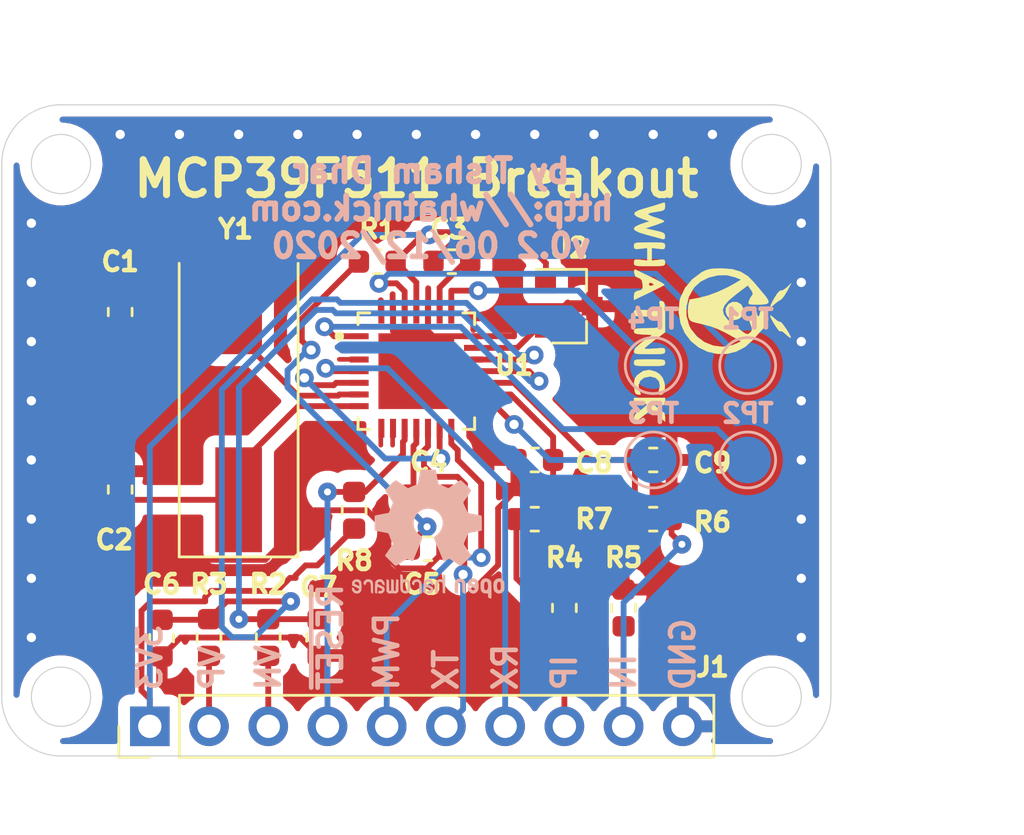
<source format=kicad_pcb>
(kicad_pcb (version 20201002) (generator pcbnew)
  (layers (0 "F.Cu" signal) (31 "B.Cu" signal) (34 "B.Paste" user) (35 "F.Paste" user) (36 "B.SilkS" user "B.Silkscreen") (37 "F.SilkS" user "F.Silkscreen") (38 "B.Mask" user) (39 "F.Mask" user) (44 "Edge.Cuts" user))
  (net 0 "")
  (net 1 "PWM")
  (net 2 "Net-(U1-Pad28)")
  (net 3 "VIN+")
  (net 4 "Net-(C1-Pad1)")
  (net 5 "VIN-")
  (net 6 "Net-(C2-Pad1)")
  (net 7 "Net-(C3-Pad1)")
  (net 8 "IIN+")
  (net 9 "IIN-")
  (net 10 "T_A")
  (net 11 "Net-(C4-Pad1)")
  (net 12 "Net-(TP1-Pad1)")
  (net 13 "Net-(TP2-Pad1)")
  (net 14 "Net-(TP3-Pad1)")
  (net 15 "Net-(TP4-Pad1)")
  (net 16 "Net-(U1-Pad13)")
  (net 17 "GND")
  (net 18 "IN")
  (net 19 "IP")
  (net 20 "RX")
  (net 21 "TX")
  (net 22 "~RESET")
  (net 23 "VN")
  (net 24 "VP")
  (net 25 "+3V3")
  (module "mcp39f511:QFN50P500X500X100-29N" (layer "F.Cu") (at 128.27 101.6)
    (fp_text reference "U1" (at 4.191 -0.254) (layer "F.SilkS") (effects (font (size 0.8 0.8) (thickness 0.2))))
    (fp_text value "MCP39F511-E_MQ")
    (pad "1" smd rect (at -2.45 -1.5) (size 0.81 0.26) (layers "F.Cu" "F.Paste" "F.Mask") (net 13 "Net-(TP2-Pad1)"))
    (pad "2" smd rect (at -2.45 -1) (size 0.81 0.26) (layers "F.Cu" "F.Paste" "F.Mask"))
    (pad "3" smd rect (at -2.45 -0.5) (size 0.81 0.26) (layers "F.Cu" "F.Paste" "F.Mask"))
    (pad "4" smd rect (at -2.45 0) (size 0.81 0.26) (layers "F.Cu" "F.Paste" "F.Mask") (net 20 "RX"))
    (pad "5" smd rect (at -2.45 0.5) (size 0.81 0.26) (layers "F.Cu" "F.Paste" "F.Mask") (net 16 "Net-(U1-Pad13)"))
    (pad "6" smd rect (at -2.45 1) (size 0.81 0.26) (layers "F.Cu" "F.Paste" "F.Mask") (net 4 "Net-(C1-Pad1)"))
    (pad "7" smd rect (at -2.45 1.5) (size 0.81 0.26) (layers "F.Cu" "F.Paste" "F.Mask") (net 6 "Net-(C2-Pad1)"))
    (pad "8" smd rect (at -1.5 2.45) (size 0.26 0.81) (layers "F.Cu" "F.Paste" "F.Mask"))
    (pad "9" smd rect (at -1 2.45) (size 0.26 0.81) (layers "F.Cu" "F.Paste" "F.Mask"))
    (pad "10" smd rect (at -0.5 2.45) (size 0.26 0.81) (layers "F.Cu" "F.Paste" "F.Mask") (net 22 "~RESET"))
    (pad "11" smd rect (at 0 2.45) (size 0.26 0.81) (layers "F.Cu" "F.Paste" "F.Mask") (net 11 "Net-(C4-Pad1)"))
    (pad "12" smd rect (at 0.5 2.45) (size 0.26 0.81) (layers "F.Cu" "F.Paste" "F.Mask") (net 21 "TX"))
    (pad "13" smd rect (at 1 2.45) (size 0.26 0.81) (layers "F.Cu" "F.Paste" "F.Mask") (net 16 "Net-(U1-Pad13)"))
    (pad "14" smd rect (at 1.5 2.45) (size 0.26 0.81) (layers "F.Cu" "F.Paste" "F.Mask") (net 1 "PWM"))
    (pad "15" smd rect (at 2.45 1.5) (size 0.81 0.26) (layers "F.Cu" "F.Paste" "F.Mask") (net 14 "Net-(TP3-Pad1)"))
    (pad "16" smd rect (at 2.45 1) (size 0.81 0.26) (layers "F.Cu" "F.Paste" "F.Mask") (net 8 "IIN+"))
    (pad "17" smd rect (at 2.45 0.5) (size 0.81 0.26) (layers "F.Cu" "F.Paste" "F.Mask") (net 9 "IIN-"))
    (pad "18" smd rect (at 2.45 0) (size 0.81 0.26) (layers "F.Cu" "F.Paste" "F.Mask") (net 5 "VIN-"))
    (pad "19" smd rect (at 2.45 -0.5) (size 0.81 0.26) (layers "F.Cu" "F.Paste" "F.Mask") (net 3 "VIN+"))
    (pad "20" smd rect (at 2.45 -1) (size 0.81 0.26) (layers "F.Cu" "F.Paste" "F.Mask") (net 10 "T_A"))
    (pad "21" smd rect (at 2.45 -1.5) (size 0.81 0.26) (layers "F.Cu" "F.Paste" "F.Mask") (net 17 "GND"))
    (pad "22" smd rect (at 1.5 -2.45) (size 0.26 0.81) (layers "F.Cu" "F.Paste" "F.Mask") (net 15 "Net-(TP4-Pad1)"))
    (pad "23" smd rect (at 1 -2.45) (size 0.26 0.81) (layers "F.Cu" "F.Paste" "F.Mask") (net 7 "Net-(C3-Pad1)"))
    (pad "24" smd rect (at 0.5 -2.45) (size 0.26 0.81) (layers "F.Cu" "F.Paste" "F.Mask") (net 17 "GND"))
    (pad "25" smd rect (at 0 -2.45) (size 0.26 0.81) (layers "F.Cu" "F.Paste" "F.Mask") (net 25 "+3V3"))
    (pad "26" smd rect (at -0.5 -2.45) (size 0.26 0.81) (layers "F.Cu" "F.Paste" "F.Mask") (net 12 "Net-(TP1-Pad1)"))
    (pad "27" smd rect (at -1 -2.45) (size 0.26 0.81) (layers "F.Cu" "F.Paste" "F.Mask") (net 17 "GND"))
    (pad "28" smd rect (at -1.5 -2.45) (size 0.26 0.81) (layers "F.Cu" "F.Paste" "F.Mask") (net 2 "Net-(U1-Pad28)"))
    (pad "29" smd rect (at 0 0) (size 3.25 3.25) (layers "F.Cu" "F.Mask") (net 17 "GND"))
  )
  (module "Capacitor_SMD:C_0603_1608Metric" (layer "F.Cu") (at 128.804 106.934)
    (fp_text reference "C4" (at 0 -1.43) (layer "F.SilkS") (effects (font (size 0.8 0.8) (thickness 0.2))))
    (fp_text value "1u")
    (pad "1" smd roundrect (at -0.7875 0) (size 0.875 0.95) (layers "F.Cu" "F.Paste" "F.Mask") (net 11 "Net-(C4-Pad1)"))
    (pad "2" smd roundrect (at 0.7875 0) (size 0.875 0.95) (layers "F.Cu" "F.Paste" "F.Mask") (net 17 "GND"))
  )
  (module "Capacitor_SMD:C_0603_1608Metric" (layer "F.Cu") (at 133.35 105.41 180)
    (fp_text reference "C8" (at -2.54 -0.127) (layer "F.SilkS") (effects (font (size 0.8 0.8) (thickness 0.2))))
    (fp_text value "33n")
    (pad "1" smd roundrect (at -0.7875 0 180) (size 0.875 0.95) (layers "F.Cu" "F.Paste" "F.Mask") (net 8 "IIN+"))
    (pad "2" smd roundrect (at 0.7875 0 180) (size 0.875 0.95) (layers "F.Cu" "F.Paste" "F.Mask") (net 17 "GND"))
  )
  (module "Package_TO_SOT_SMD:SOT-23" (layer "F.Cu") (at 134.810746 98.811806)
    (fp_text reference "U2" (at 0 -2.5) (layer "F.SilkS") (effects (font (size 0.8 0.8) (thickness 0.2))))
    (fp_text value "MCP9700T-ETT")
    (pad "1" smd rect (at -1 -0.95) (size 0.9 0.8) (layers "F.Cu" "F.Paste" "F.Mask") (net 25 "+3V3"))
    (pad "2" smd rect (at -1 0.95) (size 0.9 0.8) (layers "F.Cu" "F.Paste" "F.Mask") (net 10 "T_A"))
    (pad "3" smd rect (at 1 0) (size 0.9 0.8) (layers "F.Cu" "F.Paste" "F.Mask") (net 17 "GND"))
  )
  (module "Connector_PinHeader_2.54mm:PinHeader_1x10_P2.54mm_Vertical" (layer "F.Cu") (at 116.84 116.84 90)
    (fp_text reference "J1" (at 2.54 24.13 180) (layer "F.SilkS") (effects (font (size 0.8 0.8) (thickness 0.2))))
    (fp_text value "Conn_01x10")
    (pad "1" thru_hole rect (at 0 0 90) (size 1.7 1.7) (drill 1) (layers *.Cu *.Mask) (net 25 "+3V3"))
    (pad "2" thru_hole oval (at 0 2.54 90) (size 1.7 1.7) (drill 1) (layers *.Cu *.Mask) (net 24 "VP"))
    (pad "3" thru_hole oval (at 0 5.08 90) (size 1.7 1.7) (drill 1) (layers *.Cu *.Mask) (net 23 "VN"))
    (pad "4" thru_hole oval (at 0 7.62 90) (size 1.7 1.7) (drill 1) (layers *.Cu *.Mask) (net 22 "~RESET"))
    (pad "5" thru_hole oval (at 0 10.16 90) (size 1.7 1.7) (drill 1) (layers *.Cu *.Mask) (net 1 "PWM"))
    (pad "6" thru_hole oval (at 0 12.7 90) (size 1.7 1.7) (drill 1) (layers *.Cu *.Mask) (net 21 "TX"))
    (pad "7" thru_hole oval (at 0 15.24 90) (size 1.7 1.7) (drill 1) (layers *.Cu *.Mask) (net 20 "RX"))
    (pad "8" thru_hole oval (at 0 17.78 90) (size 1.7 1.7) (drill 1) (layers *.Cu *.Mask) (net 19 "IP"))
    (pad "9" thru_hole oval (at 0 20.32 90) (size 1.7 1.7) (drill 1) (layers *.Cu *.Mask) (net 18 "IN"))
    (pad "10" thru_hole oval (at 0 22.86 90) (size 1.7 1.7) (drill 1) (layers *.Cu *.Mask) (net 17 "GND"))
  )
  (module "Capacitor_SMD:C_0603_1608Metric" (layer "F.Cu") (at 115.57 99.06 -90)
    (fp_text reference "C1" (at -2.159 0 180) (layer "F.SilkS") (effects (font (size 0.8 0.8) (thickness 0.2))))
    (fp_text value "22p")
    (pad "1" smd roundrect (at -0.7875 0 270) (size 0.875 0.95) (layers "F.Cu" "F.Paste" "F.Mask") (net 4 "Net-(C1-Pad1)"))
    (pad "2" smd roundrect (at 0.7875 0 270) (size 0.875 0.95) (layers "F.Cu" "F.Paste" "F.Mask") (net 17 "GND"))
  )
  (module "Capacitor_SMD:C_0603_1608Metric" (layer "F.Cu") (at 124.079 113.03 90)
    (fp_text reference "C7" (at 2.159 0 180) (layer "F.SilkS") (effects (font (size 0.8 0.8) (thickness 0.2))))
    (fp_text value "33n")
    (pad "1" smd roundrect (at -0.7875 0 90) (size 0.875 0.95) (layers "F.Cu" "F.Paste" "F.Mask") (net 17 "GND"))
    (pad "2" smd roundrect (at 0.7875 0 90) (size 0.875 0.95) (layers "F.Cu" "F.Paste" "F.Mask") (net 5 "VIN-"))
  )
  (module "Resistor_SMD:R_0603_1608Metric" (layer "F.Cu") (at 119.38 113.03 -90)
    (fp_text reference "R3" (at -2.286 0 180) (layer "F.SilkS") (effects (font (size 0.8 0.8) (thickness 0.2))))
    (fp_text value "1K")
    (pad "1" smd roundrect (at -0.7875 0 270) (size 0.875 0.95) (layers "F.Cu" "F.Paste" "F.Mask") (net 3 "VIN+"))
    (pad "2" smd roundrect (at 0.7875 0 270) (size 0.875 0.95) (layers "F.Cu" "F.Paste" "F.Mask") (net 24 "VP"))
  )
  (module "Whatnick_logo:Whatnick_logo" (layer "F.Cu") (at 140.97 99.06 -90)
    (fp_text reference "LOGO2" hide)
    (fp_text value "LOGO" hide)
  )
  (module "Resistor_SMD:R_0603_1608Metric" (layer "F.Cu") (at 138.43 107.95)
    (fp_text reference "R6" (at 2.54 0.127) (layer "F.SilkS") (effects (font (size 0.8 0.8) (thickness 0.2))))
    (fp_text value "1K")
    (pad "1" smd roundrect (at -0.7875 0) (size 0.875 0.95) (layers "F.Cu" "F.Paste" "F.Mask") (net 9 "IIN-"))
    (pad "2" smd roundrect (at 0.7875 0) (size 0.875 0.95) (layers "F.Cu" "F.Paste" "F.Mask") (net 18 "IN"))
  )
  (module "Capacitor_SMD:C_0603_1608Metric" (layer "F.Cu") (at 128.778 109.22)
    (fp_text reference "C5" (at -0.254 1.524) (layer "F.SilkS") (effects (font (size 0.8 0.8) (thickness 0.2))))
    (fp_text value "100n")
    (pad "1" smd roundrect (at -0.7875 0) (size 0.875 0.95) (layers "F.Cu" "F.Paste" "F.Mask") (net 11 "Net-(C4-Pad1)"))
    (pad "2" smd roundrect (at 0.7875 0) (size 0.875 0.95) (layers "F.Cu" "F.Paste" "F.Mask") (net 17 "GND"))
  )
  (module "Capacitor_SMD:C_0603_1608Metric" (layer "F.Cu") (at 115.57 106.68 90)
    (fp_text reference "C2" (at -2.159 -0.254 180) (layer "F.SilkS") (effects (font (size 0.8 0.8) (thickness 0.2))))
    (fp_text value "22p")
    (pad "1" smd roundrect (at -0.7875 0 90) (size 0.875 0.95) (layers "F.Cu" "F.Paste" "F.Mask") (net 6 "Net-(C2-Pad1)"))
    (pad "2" smd roundrect (at 0.7875 0 90) (size 0.875 0.95) (layers "F.Cu" "F.Paste" "F.Mask") (net 17 "GND"))
  )
  (module "Capacitor_SMD:C_0603_1608Metric" (layer "F.Cu") (at 138.43 105.41 180)
    (fp_text reference "C9" (at -2.54 -0.127) (layer "F.SilkS") (effects (font (size 0.8 0.8) (thickness 0.2))))
    (fp_text value "33n")
    (pad "1" smd roundrect (at -0.7875 0 180) (size 0.875 0.95) (layers "F.Cu" "F.Paste" "F.Mask") (net 17 "GND"))
    (pad "2" smd roundrect (at 0.7875 0 180) (size 0.875 0.95) (layers "F.Cu" "F.Paste" "F.Mask") (net 9 "IIN-"))
  )
  (module "Capacitor_SMD:C_0603_1608Metric" (layer "F.Cu") (at 129.794 96.901 180)
    (fp_text reference "C3" (at 0.127 1.397) (layer "F.SilkS") (effects (font (size 0.8 0.8) (thickness 0.2))))
    (fp_text value "100n")
    (pad "1" smd roundrect (at -0.7875 0 180) (size 0.875 0.95) (layers "F.Cu" "F.Paste" "F.Mask") (net 7 "Net-(C3-Pad1)"))
    (pad "2" smd roundrect (at 0.7875 0 180) (size 0.875 0.95) (layers "F.Cu" "F.Paste" "F.Mask") (net 17 "GND"))
  )
  (module "Resistor_SMD:R_0603_1608Metric" (layer "F.Cu") (at 137.16 111.76 90)
    (fp_text reference "R5" (at 2.159 0 180) (layer "F.SilkS") (effects (font (size 0.8 0.8) (thickness 0.2))))
    (fp_text value "2.4R")
    (pad "1" smd roundrect (at -0.7875 0 90) (size 0.875 0.95) (layers "F.Cu" "F.Paste" "F.Mask") (net 18 "IN"))
    (pad "2" smd roundrect (at 0.7875 0 90) (size 0.875 0.95) (layers "F.Cu" "F.Paste" "F.Mask") (net 17 "GND"))
  )
  (module "Resistor_SMD:R_0603_1608Metric" (layer "F.Cu") (at 133.35 107.95 180)
    (fp_text reference "R7" (at -2.54 0) (layer "F.SilkS") (effects (font (size 0.8 0.8) (thickness 0.2))))
    (fp_text value "1K")
    (pad "1" smd roundrect (at -0.7875 0 180) (size 0.875 0.95) (layers "F.Cu" "F.Paste" "F.Mask") (net 8 "IIN+"))
    (pad "2" smd roundrect (at 0.7875 0 180) (size 0.875 0.95) (layers "F.Cu" "F.Paste" "F.Mask") (net 19 "IP"))
  )
  (module "Resistor_SMD:R_0603_1608Metric" (layer "F.Cu") (at 134.62 111.76 -90)
    (fp_text reference "R4" (at -2.159 0 180) (layer "F.SilkS") (effects (font (size 0.8 0.8) (thickness 0.2))))
    (fp_text value "2.4R")
    (pad "1" smd roundrect (at -0.7875 0 270) (size 0.875 0.95) (layers "F.Cu" "F.Paste" "F.Mask") (net 17 "GND"))
    (pad "2" smd roundrect (at 0.7875 0 270) (size 0.875 0.95) (layers "F.Cu" "F.Paste" "F.Mask") (net 19 "IP"))
  )
  (module "Capacitor_SMD:C_0603_1608Metric" (layer "F.Cu") (at 117.348 113.056 -90)
    (fp_text reference "C6" (at -2.3115 0 180) (layer "F.SilkS") (effects (font (size 0.8 0.8) (thickness 0.2))))
    (fp_text value "33n")
    (pad "1" smd roundrect (at -0.7875 0 270) (size 0.875 0.95) (layers "F.Cu" "F.Paste" "F.Mask") (net 3 "VIN+"))
    (pad "2" smd roundrect (at 0.7875 0 270) (size 0.875 0.95) (layers "F.Cu" "F.Paste" "F.Mask") (net 17 "GND"))
  )
  (module "Resistor_SMD:R_0603_1608Metric" (layer "F.Cu") (at 121.92 113.03 -90)
    (fp_text reference "R2" (at -2.286 0 180) (layer "F.SilkS") (effects (font (size 0.8 0.8) (thickness 0.2))))
    (fp_text value "1K")
    (pad "1" smd roundrect (at -0.7875 0 270) (size 0.875 0.95) (layers "F.Cu" "F.Paste" "F.Mask") (net 5 "VIN-"))
    (pad "2" smd roundrect (at 0.7875 0 270) (size 0.875 0.95) (layers "F.Cu" "F.Paste" "F.Mask") (net 23 "VN"))
  )
  (module "Resistor_SMD:R_0603_1608Metric" (layer "F.Cu") (at 126.594 96.901)
    (fp_text reference "R1" (at 0.0255 -1.397) (layer "F.SilkS") (effects (font (size 0.8 0.8) (thickness 0.2))))
    (fp_text value "10R")
    (pad "1" smd roundrect (at -0.7875 0) (size 0.875 0.95) (layers "F.Cu" "F.Paste" "F.Mask") (net 11 "Net-(C4-Pad1)"))
    (pad "2" smd roundrect (at 0.7875 0) (size 0.875 0.95) (layers "F.Cu" "F.Paste" "F.Mask") (net 25 "+3V3"))
  )
  (module "Crystal:Crystal_SMD_HC49-SD" (layer "F.Cu") (at 120.65 102.87 90)
    (fp_text reference "Y1" (at 7.366 -0.127 180) (layer "F.SilkS") (effects (font (size 0.8 0.8) (thickness 0.2))))
    (fp_text value "4MHz / 16pF")
    (pad "1" smd rect (at -4.25 0 90) (size 4.5 2) (layers "F.Cu" "F.Paste" "F.Mask") (net 6 "Net-(C2-Pad1)"))
    (pad "2" smd rect (at 4.25 0 90) (size 4.5 2) (layers "F.Cu" "F.Paste" "F.Mask") (net 4 "Net-(C1-Pad1)"))
  )
  (module "Resistor_SMD:R_0603_1608Metric" (layer "F.Cu") (at 125.603 107.569 -90)
    (fp_text reference "R8" (at 2.159 0 180) (layer "F.SilkS") (effects (font (size 0.8 0.8) (thickness 0.2))))
    (fp_text value "10K")
    (pad "1" smd roundrect (at -0.7875 0 270) (size 0.875 0.95) (layers "F.Cu" "F.Paste" "F.Mask") (net 22 "~RESET"))
    (pad "2" smd roundrect (at 0.7875 0 270) (size 0.875 0.95) (layers "F.Cu" "F.Paste" "F.Mask") (net 25 "+3V3"))
  )
  (module "Symbol:OSHW-Logo2_7.3x6mm_SilkScreen" (layer "B.Cu") (at 128.778 108.585 180)
    (fp_text reference "LOGO1" hide)
    (fp_text value "Logo_Open_Hardware_Small" hide)
  )
  (module "TestPoint:TestPoint_Pad_D2.0mm" (layer "B.Cu") (at 138.43 101.36 180)
    (fp_text reference "TP4" (at 0 1.998) (layer "B.SilkS") (effects (font (size 0.8 0.8) (thickness 0.2)) (justify mirror)))
    (fp_text value "TestPoint")
    (pad "1" smd circle (at 0 0 180) (size 2 2) (layers "B.Cu" "B.Mask") (net 15 "Net-(TP4-Pad1)"))
  )
  (module "TestPoint:TestPoint_Pad_D2.0mm" (layer "B.Cu") (at 142.48 105.41 180)
    (fp_text reference "TP2" (at 0 1.998) (layer "B.SilkS") (effects (font (size 0.8 0.8) (thickness 0.2)) (justify mirror)))
    (fp_text value "TestPoint")
    (pad "1" smd circle (at 0 0 180) (size 2 2) (layers "B.Cu" "B.Mask") (net 13 "Net-(TP2-Pad1)"))
  )
  (module "TestPoint:TestPoint_Pad_D2.0mm" (layer "B.Cu") (at 138.43 105.41 180)
    (fp_text reference "TP3" (at 0 1.998) (layer "B.SilkS") (effects (font (size 0.8 0.8) (thickness 0.2)) (justify mirror)))
    (fp_text value "TestPoint")
    (pad "1" smd circle (at 0 0 180) (size 2 2) (layers "B.Cu" "B.Mask") (net 14 "Net-(TP3-Pad1)"))
  )
  (module "TestPoint:TestPoint_Pad_D2.0mm" (layer "B.Cu") (at 142.48 101.36 180)
    (fp_text reference "TP1" (at 0 1.998) (layer "B.SilkS") (effects (font (size 0.8 0.8) (thickness 0.2)) (justify mirror)))
    (fp_text value "TestPoint")
    (pad "1" smd circle (at 0 0 180) (size 2 2) (layers "B.Cu" "B.Mask") (net 12 "Net-(TP1-Pad1)"))
  )
  (gr_line (start 110.49 115.57) (end 110.49 92.71) (layer "Edge.Cuts") (width 0.05))
  (gr_circle (center 143.51 115.57) (end 142.24 115.57) (layer "Edge.Cuts") (width 0.05))
  (gr_line (start 113.03 90.17) (end 143.51 90.17) (layer "Edge.Cuts") (width 0.05))
  (gr_arc (start 113.03 92.71) (end 113.03 90.17) (angle -90) (layer "Edge.Cuts") (width 0.05))
  (gr_circle (center 143.51 92.71) (end 142.24 92.71) (layer "Edge.Cuts") (width 0.05))
  (gr_arc (start 113.03 115.57) (end 110.49 115.57) (angle -90) (layer "Edge.Cuts") (width 0.05))
  (gr_arc (start 143.51 115.57) (end 143.51 118.11) (angle -90) (layer "Edge.Cuts") (width 0.05))
  (gr_line (start 146.05 92.71) (end 146.05 115.57) (layer "Edge.Cuts") (width 0.05))
  (gr_circle (center 113.03 92.71) (end 113.03 91.44) (layer "Edge.Cuts") (width 0.05))
  (gr_arc (start 143.51 92.71) (end 146.05 92.71) (angle -90) (layer "Edge.Cuts") (width 0.05))
  (gr_circle (center 113.03 115.57) (end 111.76 115.57) (layer "Edge.Cuts") (width 0.05))
  (gr_line (start 143.51 118.11) (end 113.03 118.11) (layer "Edge.Cuts") (width 0.05))
  (gr_text "GND" (at 139.7 113.752381 90) (layer "B.SilkS") (effects (font (size 1 1) (thickness 0.2)) (justify mirror)))
  (gr_text "IN" (at 137.16 114.514285 90) (layer "B.SilkS") (effects (font (size 1 1) (thickness 0.2)) (justify mirror)))
  (gr_text "~RESET" (at 124.587 113.014285 90) (layer "B.SilkS") (effects (font (size 1 1) (thickness 0.2)) (justify mirror)))
  (gr_text "3V3" (at 116.84 113.895238 90) (layer "B.SilkS") (effects (font (size 1 1) (thickness 0.2)) (justify mirror)))
  (gr_text "by Tisham Dhar\nhttp://whatnick.com\nv0.2 06/12/2020" (at 128.905 94.615) (layer "B.SilkS") (effects (font (size 1 1) (thickness 0.25)) (justify mirror)))
  (gr_text "VN" (at 121.92 114.323809 90) (layer "B.SilkS") (effects (font (size 1 1) (thickness 0.2)) (justify mirror)))
  (gr_text "TX" (at 129.54 114.419047 90) (layer "B.SilkS") (effects (font (size 1 1) (thickness 0.2)) (justify mirror)))
  (gr_text "PWM" (at 127 113.633333 90) (layer "B.SilkS") (effects (font (size 1 1) (thickness 0.2)) (justify mirror)))
  (gr_text "VP" (at 119.507 114.347619 90) (layer "B.SilkS") (effects (font (size 1 1) (thickness 0.2)) (justify mirror)))
  (gr_text "IP" (at 134.62 114.538095 90) (layer "B.SilkS") (effects (font (size 1 1) (thickness 0.2)) (justify mirror)))
  (gr_text "RX" (at 132.08 114.3 90) (layer "B.SilkS") (effects (font (size 1 1) (thickness 0.2)) (justify mirror)))
  (gr_text "MCP39F511 Breakout\n" (at 128.27 93.345) (layer "F.SilkS") (effects (font (size 1.5 1.5) (thickness 0.3))))
  (segment (start 127.27 104.05) (end 127.254 104.066) (width 0.2) (layer "F.Cu") (net 0))
  (segment (start 125.82 100.6) (end 124.984 100.6) (width 0.2) (layer "F.Cu") (net 0))
  (segment (start 126.77 104.05) (end 126.746 104.074) (width 0.2) (layer "F.Cu") (net 0))
  (segment (start 125.812 101.092) (end 124.968 101.092) (width 0.2) (layer "F.Cu") (net 0))
  (segment (start 126.746 104.074) (end 126.746 104.775) (width 0.2) (layer "F.Cu") (net 0))
  (segment (start 127.254 104.066) (end 127.254 104.775) (width 0.2) (layer "F.Cu") (net 0))
  (segment (start 125.82 101.1) (end 125.812 101.092) (width 0.2) (layer "F.Cu") (net 0))
  (segment (start 129.77 104.05) (end 129.77 104.37) (width 0.25) (layer "F.Cu") (net 1))
  (segment (start 130.048 105.41) (end 131.053001 106.415001) (width 0.25) (layer "F.Cu") (net 1))
  (segment (start 129.77 104.710949) (end 130.048 104.988949) (width 0.25) (layer "F.Cu") (net 1))
  (segment (start 129.77 104.37) (end 129.77 104.710949) (width 0.25) (layer "F.Cu") (net 1))
  (segment (start 131.053001 106.563999) (end 131.053001 109.59932) (width 0.25) (layer "F.Cu") (net 1))
  (segment (start 131.053001 106.415001) (end 131.053001 106.563999) (width 0.25) (layer "F.Cu") (net 1))
  (segment (start 130.048 104.988949) (end 130.048 105.41) (width 0.25) (layer "F.Cu") (net 1))
  (via (at 131.053001 109.59932) (size 0.8) (drill 0.4) (layers "F.Cu" "B.Cu") (net 1))
  (segment (start 129.852323 109.59932) (end 131.053001 109.59932) (width 0.25) (layer "B.Cu") (net 1))
  (segment (start 127 116.84) (end 127 112.451643) (width 0.25) (layer "B.Cu") (net 1))
  (segment (start 127 112.451643) (end 129.852323 109.59932) (width 0.25) (layer "B.Cu") (net 1))
  (segment (start 126.746 99.126) (end 126.746 98.55613) (width 0.25) (layer "F.Cu") (net 2))
  (segment (start 126.77 99.15) (end 126.746 99.126) (width 0.25) (layer "F.Cu") (net 2))
  (segment (start 119.38 112.2425) (end 120.1437 111.4788) (width 0.25) (layer "F.Cu") (net 3))
  (segment (start 133.134741 101.1) (end 133.325507 100.909234) (width 0.25) (layer "F.Cu") (net 3))
  (segment (start 130.72 101.1) (end 133.134741 101.1) (width 0.25) (layer "F.Cu") (net 3))
  (segment (start 120.1437 111.4788) (end 122.883 111.4788) (width 0.25) (layer "F.Cu") (net 3))
  (segment (start 117.348 112.2685) (end 119.354 112.2685) (width 0.25) (layer "F.Cu") (net 3))
  (segment (start 119.354 112.2685) (end 119.38 112.2425) (width 0.25) (layer "F.Cu") (net 3))
  (via (at 122.883 111.4788) (size 0.8) (layers "F.Cu" "B.Cu") (net 3))
  (via (at 133.325507 100.909234) (size 0.8) (drill 0.4) (layers "F.Cu" "B.Cu") (net 3))
  (segment (start 120.3581 113.0121) (end 119.9279 112.5819) (width 0.25) (layer "B.Cu") (net 3))
  (segment (start 132.662056 100.909234) (end 133.325507 100.909234) (width 0.25) (layer "B.Cu") (net 3))
  (segment (start 119.9279 102.390687) (end 123.798599 98.519988) (width 0.25) (layer "B.Cu") (net 3))
  (segment (start 123.798599 98.519988) (end 124.867401 98.519988) (width 0.25) (layer "B.Cu") (net 3))
  (segment (start 124.867401 98.519988) (end 125.015391 98.667978) (width 0.25) (layer "B.Cu") (net 3))
  (segment (start 122.883 111.4788) (end 121.3497 113.0121) (width 0.25) (layer "B.Cu") (net 3))
  (segment (start 119.9279 112.5819) (end 119.9279 102.390687) (width 0.25) (layer "B.Cu") (net 3))
  (segment (start 125.015391 98.667978) (end 130.4208 98.667978) (width 0.25) (layer "B.Cu") (net 3))
  (segment (start 130.4208 98.667978) (end 132.662056 100.909234) (width 0.25) (layer "B.Cu") (net 3))
  (segment (start 121.3497 113.0121) (end 120.3581 113.0121) (width 0.25) (layer "B.Cu") (net 3))
  (segment (start 124.967707 102.6) (end 124.916949 102.650758) (width 0.25) (layer "F.Cu") (net 4))
  (segment (start 123.191409 102.650758) (end 120.65 100.109349) (width 0.25) (layer "F.Cu") (net 4))
  (segment (start 120.65 100.109349) (end 120.65 98.62) (width 0.25) (layer "F.Cu") (net 4))
  (segment (start 124.916949 102.650758) (end 123.191409 102.650758) (width 0.25) (layer "F.Cu") (net 4))
  (segment (start 115.9175 98.62) (end 120.65 98.62) (width 0.25) (layer "F.Cu") (net 4))
  (segment (start 115.57 98.2725) (end 115.9175 98.62) (width 0.25) (layer "F.Cu") (net 4))
  (segment (start 125.82 102.6) (end 124.967707 102.6) (width 0.25) (layer "F.Cu") (net 4))
  (segment (start 124.079 112.2425) (end 121.92 112.2425) (width 0.25) (layer "F.Cu") (net 5))
  (segment (start 121.92 112.2425) (end 120.6619 112.2425) (width 0.25) (layer "F.Cu") (net 5))
  (segment (start 133.10532 101.6) (end 133.53396 102.02864) (width 0.25) (layer "F.Cu") (net 5))
  (segment (start 130.72 101.6) (end 133.10532 101.6) (width 0.25) (layer "F.Cu") (net 5))
  (via (at 120.6619 112.2425) (size 0.8) (layers "F.Cu" "B.Cu") (net 5))
  (via (at 133.53396 102.02864) (size 0.8) (drill 0.4) (layers "F.Cu" "B.Cu") (net 5))
  (segment (start 124.681001 98.969999) (end 124.828991 99.117989) (width 0.25) (layer "B.Cu") (net 5))
  (segment (start 120.6619 112.2425) (end 120.6619 102.293098) (width 0.25) (layer "B.Cu") (net 5))
  (segment (start 124.828991 99.117989) (end 130.2344 99.117989) (width 0.25) (layer "B.Cu") (net 5))
  (segment (start 133.14505 102.02864) (end 133.53396 102.02864) (width 0.25) (layer "B.Cu") (net 5))
  (segment (start 123.984999 98.969999) (end 124.681001 98.969999) (width 0.25) (layer "B.Cu") (net 5))
  (segment (start 130.2344 99.117989) (end 133.14505 102.02864) (width 0.25) (layer "B.Cu") (net 5))
  (segment (start 120.6619 102.293098) (end 123.984999 98.969999) (width 0.25) (layer "B.Cu") (net 5))
  (segment (start 120.65 105.664) (end 120.65 107.12) (width 0.25) (layer "F.Cu") (net 6))
  (segment (start 125.104117 103.1) (end 125.103349 103.100768) (width 0.25) (layer "F.Cu") (net 6))
  (segment (start 115.57 107.4675) (end 115.9175 107.12) (width 0.25) (layer "F.Cu") (net 6))
  (segment (start 123.213232 103.100768) (end 120.65 105.664) (width 0.25) (layer "F.Cu") (net 6))
  (segment (start 125.103349 103.100768) (end 123.213232 103.100768) (width 0.25) (layer "F.Cu") (net 6))
  (segment (start 115.9175 107.12) (end 120.65 107.12) (width 0.25) (layer "F.Cu") (net 6))
  (segment (start 125.82 103.1) (end 125.104117 103.1) (width 0.25) (layer "F.Cu") (net 6))
  (segment (start 130.5815 96.901) (end 130.376524 96.901) (width 0.25) (layer "F.Cu") (net 7))
  (segment (start 129.27 98.007524) (end 129.27 99.15) (width 0.25) (layer "F.Cu") (net 7))
  (segment (start 130.376524 96.901) (end 129.27 98.007524) (width 0.25) (layer "F.Cu") (net 7))
  (segment (start 132.319411 102.6) (end 134.1375 104.418089) (width 0.25) (layer "F.Cu") (net 8))
  (segment (start 134.1375 104.418089) (end 134.1375 105.41) (width 0.25) (layer "F.Cu") (net 8))
  (segment (start 130.72 102.6) (end 132.319411 102.6) (width 0.25) (layer "F.Cu") (net 8))
  (segment (start 134.1375 107.95) (end 134.1375 105.41) (width 0.25) (layer "F.Cu") (net 8))
  (segment (start 130.72 102.1) (end 132.455822 102.1) (width 0.25) (layer "F.Cu") (net 9))
  (segment (start 137.6425 105.41) (end 137.6425 107.95) (width 0.25) (layer "F.Cu") (net 9))
  (segment (start 135.765822 105.41) (end 137.6425 105.41) (width 0.25) (layer "F.Cu") (net 9))
  (segment (start 132.455822 102.1) (end 135.765822 105.41) (width 0.25) (layer "F.Cu") (net 9))
  (segment (start 133.810746 99.761806) (end 133.4387 99.761806) (width 0.25) (layer "F.Cu") (net 10))
  (segment (start 132.600506 100.6) (end 130.72 100.6) (width 0.25) (layer "F.Cu") (net 10))
  (segment (start 133.4387 99.761806) (end 132.600506 100.6) (width 0.25) (layer "F.Cu") (net 10))
  (segment (start 128.0165 107.5652) (end 128.7298 108.2785) (width 0.25) (layer "F.Cu") (net 11))
  (segment (start 128.147978 104.814248) (end 128.147978 106.802522) (width 0.25) (layer "F.Cu") (net 11))
  (segment (start 123.359609 100.293462) (end 123.759608 100.693461) (width 0.25) (layer "F.Cu") (net 11))
  (segment (start 128.147978 106.802522) (end 128.0165 106.934) (width 0.25) (layer "F.Cu") (net 11))
  (segment (start 128.27 104.05) (end 128.27 104.692226) (width 0.25) (layer "F.Cu") (net 11))
  (segment (start 125.8065 96.901) (end 123.359609 99.347891) (width 0.25) (layer "F.Cu") (net 11))
  (segment (start 127.9905 109.0178) (end 127.9905 109.22) (width 0.25) (layer "F.Cu") (net 11))
  (segment (start 128.0165 106.934) (end 128.0165 107.5652) (width 0.25) (layer "F.Cu") (net 11))
  (segment (start 123.359609 99.347891) (end 123.359609 100.293462) (width 0.25) (layer "F.Cu") (net 11))
  (segment (start 128.27 104.692226) (end 128.147978 104.814248) (width 0.25) (layer "F.Cu") (net 11))
  (segment (start 128.7298 108.2785) (end 127.9905 109.0178) (width 0.25) (layer "F.Cu") (net 11))
  (via (at 123.759608 100.693461) (size 0.8) (drill 0.4) (layers "F.Cu" "B.Cu") (net 11))
  (via (at 128.7298 108.2785) (size 0.8) (layers "F.Cu" "B.Cu") (net 11))
  (segment (start 122.746893 102.295593) (end 122.746893 101.557751) (width 0.25) (layer "B.Cu") (net 11))
  (segment (start 123.611183 100.693461) (end 123.759608 100.693461) (width 0.25) (layer "B.Cu") (net 11))
  (segment (start 122.746893 101.557751) (end 123.611183 100.693461) (width 0.25) (layer "B.Cu") (net 11))
  (segment (start 128.7298 108.2785) (end 122.746893 102.295593) (width 0.25) (layer "B.Cu") (net 11))
  (segment (start 127.77 99.15) (end 127.77 98.177589) (width 0.25) (layer "F.Cu") (net 12))
  (segment (start 127.77 98.177589) (end 127.42354 97.831129) (width 0.25) (layer "F.Cu") (net 12))
  (segment (start 127.42354 97.831129) (end 126.668635 97.831129) (width 0.25) (layer "F.Cu") (net 12))
  (via (at 126.668635 97.831129) (size 0.8) (drill 0.4) (layers "F.Cu" "B.Cu") (net 12))
  (segment (start 127.08083 97.418934) (end 126.668635 97.831129) (width 0.25) (layer "B.Cu") (net 12))
  (segment (start 138.538934 97.418934) (end 127.08083 97.418934) (width 0.25) (layer "B.Cu") (net 12))
  (segment (start 142.48 101.36) (end 138.538934 97.418934) (width 0.25) (layer "B.Cu") (net 12))
  (segment (start 124.738 100.1) (end 124.333 99.695) (width 0.25) (layer "F.Cu") (net 13))
  (segment (start 125.82 100.1) (end 124.738 100.1) (width 0.25) (layer "F.Cu") (net 13))
  (via (at 124.333 99.695) (size 0.8) (drill 0.4) (layers "F.Cu" "B.Cu") (net 13))
  (segment (start 141.154999 104.084999) (end 134.564999 104.084999) (width 0.25) (layer "B.Cu") (net 13))
  (segment (start 134.564999 104.084999) (end 130.175 99.695) (width 0.25) (layer "B.Cu") (net 13))
  (segment (start 130.175 99.695) (end 124.333 99.695) (width 0.25) (layer "B.Cu") (net 13))
  (segment (start 142.48 105.41) (end 141.154999 104.084999) (width 0.25) (layer "B.Cu") (net 13))
  (segment (start 131.675 103.1) (end 132.461 103.886) (width 0.25) (layer "F.Cu") (net 14))
  (segment (start 130.72 103.1) (end 131.675 103.1) (width 0.25) (layer "F.Cu") (net 14))
  (via (at 132.461 103.886) (size 0.8) (drill 0.4) (layers "F.Cu" "B.Cu") (net 14))
  (segment (start 138.43 105.41) (end 133.985 105.41) (width 0.25) (layer "B.Cu") (net 14))
  (segment (start 133.985 105.41) (end 132.461 103.886) (width 0.25) (layer "B.Cu") (net 14))
  (segment (start 129.77 98.143935) (end 130.921819 98.143935) (width 0.25) (layer "F.Cu") (net 15))
  (segment (start 129.77 99.15) (end 129.77 98.143935) (width 0.25) (layer "F.Cu") (net 15))
  (via (at 130.921819 98.143935) (size 0.8) (drill 0.4) (layers "F.Cu" "B.Cu") (net 15))
  (segment (start 138.43 101.36) (end 135.213935 98.143935) (width 0.25) (layer "B.Cu") (net 15))
  (segment (start 135.213935 98.143935) (end 130.921819 98.143935) (width 0.25) (layer "B.Cu") (net 15))
  (segment (start 124.831296 102.1) (end 124.730549 102.200747) (width 0.25) (layer "F.Cu") (net 16))
  (segment (start 125.82 102.1) (end 124.831296 102.1) (width 0.25) (layer "F.Cu") (net 16))
  (segment (start 129.27 104.05) (end 129.27 105.295659) (width 0.25) (layer "F.Cu") (net 16))
  (segment (start 123.783694 102.200747) (end 123.471895 101.888948) (width 0.25) (layer "F.Cu") (net 16))
  (segment (start 129.27 105.295659) (end 129.32299 105.348649) (width 0.25) (layer "F.Cu") (net 16))
  (segment (start 124.730549 102.200747) (end 123.783694 102.200747) (width 0.25) (layer "F.Cu") (net 16))
  (via (at 123.471895 101.888948) (size 0.8) (drill 0.4) (layers "F.Cu" "B.Cu") (net 16))
  (via (at 129.32299 105.348649) (size 0.8) (drill 0.4) (layers "F.Cu" "B.Cu") (net 16))
  (segment (start 123.471895 101.888948) (end 126.931596 105.348649) (width 0.25) (layer "B.Cu") (net 16))
  (segment (start 126.931596 105.348649) (end 129.32299 105.348649) (width 0.25) (layer "B.Cu") (net 16))
  (segment (start 117.348 113.8435) (end 118.1615 113.03) (width 0.25) (layer "F.Cu") (net 17))
  (segment (start 127.0771 108.4967) (end 127.0771 109.6142) (width 0.25) (layer "F.Cu") (net 17))
  (segment (start 129.3799 100.4901) (end 129.77 100.1) (width 0.25) (layer "F.Cu") (net 17))
  (segment (start 132.5625 106.68) (end 133.35 107.4675) (width 0.25) (layer "F.Cu") (net 17))
  (segment (start 126.1494 107.569) (end 127.0771 108.4967) (width 0.25) (layer "F.Cu") (net 17))
  (segment (start 128.77 99.7677) (end 128.77 99.8803) (width 0.25) (layer "F.Cu") (net 17))
  (segment (start 133.35 109.7025) (end 134.62 110.9725) (width 0.25) (layer "F.Cu") (net 17))
  (segment (start 121.79 109.6954) (end 123.9164 107.569) (width 0.25) (layer "F.Cu") (net 17))
  (segment (start 128.721 110.0645) (end 129.5655 109.22) (width 0.25) (layer "F.Cu") (net 17))
  (segment (start 131.778021 109.927496) (end 131.778021 107.486779) (width 0.25) (layer "F.Cu") (net 17))
  (segment (start 123.917 113.6555) (end 124.079 113.8175) (width 0.25) (layer "F.Cu") (net 17))
  (segment (start 128.778 99.142) (end 128.778 98.044) (width 0.25) (layer "F.Cu") (net 17))
  (segment (start 118.1615 113.03) (end 123.2915 113.03) (width 0.25) (layer "F.Cu") (net 17))
  (segment (start 115.57 105.8925) (end 114.7336 106.7289) (width 0.25) (layer "F.Cu") (net 17))
  (segment (start 129.0065 96.901) (end 129.8235 96.084) (width 0.25) (layer "F.Cu") (net 17))
  (segment (start 127.27 99.5151) (end 127.27 99.15) (width 0.25) (layer "F.Cu") (net 17))
  (segment (start 128.77 99.8803) (end 129.3799 100.4901) (width 0.25) (layer "F.Cu") (net 17))
  (segment (start 115.57 105.8925) (end 115.57 99.8475) (width 0.25) (layer "F.Cu") (net 17))
  (segment (start 127.0771 109.6142) (end 127.5274 110.0645) (width 0.25) (layer "F.Cu") (net 17))
  (segment (start 135.7007 97.5183) (end 133.1929 95.0105) (width 0.25) (layer "F.Cu") (net 17))
  (segment (start 114.7271 99.0046) (end 115.57 99.8475) (width 0.25) (layer "F.Cu") (net 17))
  (segment (start 128.050017 113.6555) (end 131.778021 109.927496) (width 0.25) (layer "F.Cu") (net 17))
  (segment (start 132.116 107.1488) (end 132.5488 106.68) (width 0.25) (layer "F.Cu") (net 17))
  (segment (start 123.917 113.6555) (end 128.050017 113.6555) (width 0.25) (layer "F.Cu") (net 17))
  (segment (start 135.7007 98.921852) (end 135.810746 98.811806) (width 0.25) (layer "F.Cu") (net 17))
  (segment (start 127.5274 110.0645) (end 128.721 110.0645) (width 0.25) (layer "F.Cu") (net 17))
  (segment (start 114.7336 107.8876) (end 116.5414 109.6954) (width 0.25) (layer "F.Cu") (net 17))
  (segment (start 133.35 107.4675) (end 133.35 109.7025) (width 0.25) (layer "F.Cu") (net 17))
  (segment (start 123.9164 107.569) (end 126.1494 107.569) (width 0.25) (layer "F.Cu") (net 17))
  (segment (start 129.77 100.1) (end 130.72 100.1) (width 0.25) (layer "F.Cu") (net 17))
  (segment (start 128.77 99.15) (end 128.77 99.7677) (width 0.25) (layer "F.Cu") (net 17))
  (segment (start 114.7336 106.7289) (end 114.7336 107.8876) (width 0.25) (layer "F.Cu") (net 17))
  (segment (start 135.7007 99.06) (end 135.7007 98.921852) (width 0.25) (layer "F.Cu") (net 17))
  (segment (start 129.5655 109.22) (end 129.5915 109.194) (width 0.25) (layer "F.Cu") (net 17))
  (segment (start 127.27 99.8803) (end 128.77 99.8803) (width 0.25) (layer "F.Cu") (net 17))
  (segment (start 128.77 99.15) (end 128.778 99.142) (width 0.25) (layer "F.Cu") (net 17))
  (segment (start 114.7271 97.8307) (end 114.7271 99.0046) (width 0.25) (layer "F.Cu") (net 17))
  (segment (start 135.7007 99.06) (end 135.7007 97.5183) (width 0.25) (layer "F.Cu") (net 17))
  (segment (start 138.43 110.9725) (end 138.43 106.1975) (width 0.25) (layer "F.Cu") (net 17))
  (segment (start 138.43 106.1975) (end 139.2175 105.41) (width 0.25) (layer "F.Cu") (net 17))
  (segment (start 127.27 99.15) (end 127.254 99.134) (width 0.25) (layer "F.Cu") (net 17))
  (segment (start 129.5915 109.194) (end 129.5915 106.934) (width 0.25) (layer "F.Cu") (net 17))
  (segment (start 132.5488 106.68) (end 132.5625 105.41) (width 0.25) (layer "F.Cu") (net 17))
  (segment (start 128.27 101.6) (end 129.3799 100.4901) (width 0.25) (layer "F.Cu") (net 17))
  (segment (start 139.7 112.2425) (end 138.43 110.9725) (width 0.25) (layer "F.Cu") (net 17))
  (segment (start 130.72 100.1) (end 132.461 100.1) (width 0.25) (layer "F.Cu") (net 17))
  (segment (start 116.5414 109.6954) (end 121.79 109.6954) (width 0.25) (layer "F.Cu") (net 17))
  (segment (start 129.8235 96.084) (end 131.0111 96.084) (width 0.25) (layer "F.Cu") (net 17))
  (segment (start 131.778021 107.486779) (end 132.116 107.1488) (width 0.25) (layer "F.Cu") (net 17))
  (segment (start 137.16 110.9725) (end 138.43 110.9725) (width 0.25) (layer "F.Cu") (net 17))
  (segment (start 139.7 116.84) (end 139.7 112.2425) (width 0.25) (layer "F.Cu") (net 17))
  (segment (start 132.461 99.06) (end 132.461 98.806) (width 0.25) (layer "F.Cu") (net 17))
  (segment (start 131.8816 98.806) (end 132.207 98.806) (width 0.25) (layer "F.Cu") (net 17))
  (segment (start 135.4467 98.806) (end 135.7007 99.06) (width 0.25) (layer "F.Cu") (net 17))
  (segment (start 133.1929 95.0105) (end 117.5473 95.0105) (width 0.25) (layer "F.Cu") (net 17))
  (segment (start 131.953 97.0259) (end 131.953 98.7346) (width 0.25) (layer "F.Cu") (net 17))
  (segment (start 134.62 110.9725) (end 137.16 110.9725) (width 0.25) (layer "F.Cu") (net 17))
  (segment (start 132.461 100.1) (end 132.461 99.06) (width 0.25) (layer "F.Cu") (net 17))
  (segment (start 127.254 99.134) (end 127.254 98.298) (width 0.25) (layer "F.Cu") (net 17))
  (segment (start 132.461 98.806) (end 135.4467 98.806) (width 0.25) (layer "F.Cu") (net 17))
  (segment (start 123.2915 113.03) (end 123.917 113.6555) (width 0.25) (layer "F.Cu") (net 17))
  (segment (start 132.207 98.806) (end 132.461 98.806) (width 0.25) (layer "F.Cu") (net 17))
  (segment (start 127.27 99.5151) (end 127.27 99.8803) (width 0.25) (layer "F.Cu") (net 17))
  (segment (start 117.5473 95.0105) (end 114.7271 97.8307) (width 0.25) (layer "F.Cu") (net 17))
  (segment (start 131.0111 96.084) (end 131.953 97.0259) (width 0.25) (layer "F.Cu") (net 17))
  (via (at 144.78 100.33) (size 0.8) (drill 0.4) (layers "F.Cu" "B.Cu") (net 17))
  (via (at 123.19 91.44) (size 0.8) (drill 0.4) (layers "F.Cu" "B.Cu") (net 17))
  (via (at 111.76 100.33) (size 0.8) (drill 0.4) (layers "F.Cu" "B.Cu") (net 17))
  (via (at 128.27 91.44) (size 0.8) (drill 0.4) (layers "F.Cu" "B.Cu") (net 17))
  (via (at 111.76 107.95) (size 0.8) (drill 0.4) (layers "F.Cu" "B.Cu") (net 17))
  (via (at 111.76 113.03) (size 0.8) (drill 0.4) (layers "F.Cu" "B.Cu") (net 17))
  (via (at 111.76 95.25) (size 0.8) (drill 0.4) (layers "F.Cu" "B.Cu") (net 17))
  (via (at 111.76 110.49) (size 0.8) (drill 0.4) (layers "F.Cu" "B.Cu") (net 17))
  (via (at 120.65 91.44) (size 0.8) (drill 0.4) (layers "F.Cu" "B.Cu") (net 17))
  (via (at 144.78 105.41) (size 0.8) (drill 0.4) (layers "F.Cu" "B.Cu") (net 17))
  (via (at 115.57 91.44) (size 0.8) (drill 0.4) (layers "F.Cu" "B.Cu") (net 17))
  (via (at 144.78 107.95) (size 0.8) (drill 0.4) (layers "F.Cu" "B.Cu") (net 17))
  (via (at 144.78 113.03) (size 0.8) (drill 0.4) (layers "F.Cu" "B.Cu") (net 17))
  (via (at 144.78 102.87) (size 0.8) (drill 0.4) (layers "F.Cu" "B.Cu") (net 17))
  (via (at 125.73 91.44) (size 0.8) (drill 0.4) (layers "F.Cu" "B.Cu") (net 17))
  (via (at 144.78 110.49) (size 0.8) (drill 0.4) (layers "F.Cu" "B.Cu") (net 17))
  (via (at 111.76 102.87) (size 0.8) (drill 0.4) (layers "F.Cu" "B.Cu") (net 17))
  (via (at 140.97 91.44) (size 0.8) (drill 0.4) (layers "F.Cu" "B.Cu") (net 17))
  (via (at 130.81 91.44) (size 0.8) (drill 0.4) (layers "F.Cu" "B.Cu") (net 17))
  (via (at 138.43 91.44) (size 0.8) (drill 0.4) (layers "F.Cu" "B.Cu") (net 17))
  (via (at 111.76 97.79) (size 0.8) (drill 0.4) (layers "F.Cu" "B.Cu") (net 17))
  (via (at 133.35 91.44) (size 0.8) (drill 0.4) (layers "F.Cu" "B.Cu") (net 17))
  (via (at 118.11 91.44) (size 0.8) (drill 0.4) (layers "F.Cu" "B.Cu") (net 17))
  (via (at 144.78 95.25) (size 0.8) (drill 0.4) (layers "F.Cu" "B.Cu") (net 17))
  (via (at 135.89 91.44) (size 0.8) (drill 0.4) (layers "F.Cu" "B.Cu") (net 17))
  (via (at 111.76 105.41) (size 0.8) (drill 0.4) (layers "F.Cu" "B.Cu") (net 17))
  (via (at 144.78 97.79) (size 0.8) (drill 0.4) (layers "F.Cu" "B.Cu") (net 17))
  (segment (start 139.2175 108.5881) (end 139.6602 109.0308) (width 0.25) (layer "F.Cu") (net 18))
  (segment (start 139.2175 107.95) (end 139.2175 108.5881) (width 0.25) (layer "F.Cu") (net 18))
  (segment (start 137.16 116.84) (end 137.16 112.5475) (width 0.25) (layer "F.Cu") (net 18))
  (via (at 139.6602 109.0308) (size 0.8) (layers "F.Cu" "B.Cu") (net 18))
  (segment (start 137.16 111.531) (end 139.6602 109.0308) (width 0.25) (layer "B.Cu") (net 18))
  (segment (start 137.16 116.84) (end 137.16 111.531) (width 0.25) (layer "B.Cu") (net 18))
  (segment (start 134.62 112.5475) (end 134.62 116.84) (width 0.25) (layer "F.Cu") (net 19))
  (segment (start 132.5625 110.49) (end 134.62 112.5475) (width 0.25) (layer "F.Cu") (net 19))
  (segment (start 132.5625 107.95) (end 132.5625 110.49) (width 0.25) (layer "F.Cu") (net 19))
  (segment (start 125.82 101.6) (end 124.506802 101.6) (width 0.25) (layer "F.Cu") (net 20))
  (segment (start 124.506802 101.6) (end 124.382548 101.475746) (width 0.25) (layer "F.Cu") (net 20))
  (via (at 124.382548 101.475746) (size 0.8) (drill 0.4) (layers "F.Cu" "B.Cu") (net 20))
  (segment (start 127.030026 101.475746) (end 124.382548 101.475746) (width 0.25) (layer "B.Cu") (net 20))
  (segment (start 132.08 116.84) (end 132.08 106.52572) (width 0.25) (layer "B.Cu") (net 20))
  (segment (start 132.08 106.52572) (end 127.030026 101.475746) (width 0.25) (layer "B.Cu") (net 20))
  (segment (start 130.35401 106.452516) (end 130.35401 109.225309) (width 0.25) (layer "F.Cu") (net 21))
  (segment (start 128.77 104.05) (end 128.77 104.828637) (width 0.25) (layer "F.Cu") (net 21))
  (segment (start 130.328 110.272448) (end 130.276118 110.32433) (width 0.25) (layer "F.Cu") (net 21))
  (segment (start 129.067464 106.13399) (end 130.035484 106.13399) (width 0.25) (layer "F.Cu") (net 21))
  (segment (start 128.77 104.828637) (end 128.597989 105.000648) (width 0.25) (layer "F.Cu") (net 21))
  (segment (start 130.035484 106.13399) (end 130.35401 106.452516) (width 0.25) (layer "F.Cu") (net 21))
  (segment (start 128.597989 105.664515) (end 129.067464 106.13399) (width 0.25) (layer "F.Cu") (net 21))
  (segment (start 130.35401 109.225309) (end 130.328 109.251319) (width 0.25) (layer "F.Cu") (net 21))
  (segment (start 128.597989 105.000648) (end 128.597989 105.664515) (width 0.25) (layer "F.Cu") (net 21))
  (segment (start 130.328 109.251319) (end 130.328 110.272448) (width 0.25) (layer "F.Cu") (net 21))
  (via (at 130.276118 110.32433) (size 0.8) (drill 0.4) (layers "F.Cu" "B.Cu") (net 21))
  (segment (start 130.276118 116.103882) (end 130.276118 110.32433) (width 0.25) (layer "B.Cu") (net 21))
  (segment (start 129.54 116.84) (end 130.276118 116.103882) (width 0.25) (layer "B.Cu") (net 21))
  (segment (start 127.697967 105.161532) (end 126.077999 106.7815) (width 0.25) (layer "F.Cu") (net 22))
  (segment (start 127.697967 104.627848) (end 127.697967 105.161532) (width 0.25) (layer "F.Cu") (net 22))
  (segment (start 125.603 106.7815) (end 124.46 106.7815) (width 0.25) (layer "F.Cu") (net 22))
  (segment (start 127.77 104.05) (end 127.77 104.555815) (width 0.25) (layer "F.Cu") (net 22))
  (segment (start 126.077999 106.7815) (end 125.603 106.7815) (width 0.25) (layer "F.Cu") (net 22))
  (segment (start 127.77 104.555815) (end 127.697967 104.627848) (width 0.25) (layer "F.Cu") (net 22))
  (via (at 124.46 106.7815) (size 0.8) (layers "F.Cu" "B.Cu") (net 22))
  (segment (start 124.46 116.84) (end 124.46 106.7815) (width 0.25) (layer "B.Cu") (net 22))
  (segment (start 121.92 113.8175) (end 121.92 116.84) (width 0.25) (layer "F.Cu") (net 23))
  (segment (start 119.38 113.8175) (end 119.38 116.84) (width 0.25) (layer "F.Cu") (net 24))
  (segment (start 122.2941 111.0285) (end 119.4789 111.0285) (width 0.25) (layer "F.Cu") (net 25))
  (segment (start 133.8278 96.9594) (end 132.9523 96.0839) (width 0.25) (layer "F.Cu") (net 25))
  (segment (start 119.4789 111.0285) (end 119.2152 111.2922) (width 0.25) (layer "F.Cu") (net 25))
  (segment (start 128.27 97.7895) (end 127.3815 96.901) (width 0.25) (layer "F.Cu") (net 25))
  (segment (start 132.1467 96.0839) (end 131.6964 95.6336) (width 0.25) (layer "F.Cu") (net 25))
  (segment (start 128.27 99.15) (end 128.27 97.7895) (width 0.25) (layer "F.Cu") (net 25))
  (segment (start 133.8278 97.844752) (end 133.8278 96.9594) (width 0.25) (layer "F.Cu") (net 25))
  (segment (start 116.4832 111.8854) (end 116.4832 115.3079) (width 0.25) (layer "F.Cu") (net 25))
  (segment (start 122.8509 110.4717) (end 122.2941 111.0285) (width 0.25) (layer "F.Cu") (net 25))
  (segment (start 132.9523 96.0839) (end 132.1467 96.0839) (width 0.25) (layer "F.Cu") (net 25))
  (segment (start 128.532 95.7505) (end 127.3815 96.901) (width 0.25) (layer "F.Cu") (net 25))
  (segment (start 125.603 108.3565) (end 124.0249 109.9346) (width 0.25) (layer "F.Cu") (net 25))
  (segment (start 116.4832 115.3079) (end 116.84 115.6647) (width 0.25) (layer "F.Cu") (net 25))
  (segment (start 128.8218 95.7505) (end 128.532 95.7505) (width 0.25) (layer "F.Cu") (net 25))
  (segment (start 124.0249 109.9346) (end 123.5195 109.9346) (width 0.25) (layer "F.Cu") (net 25))
  (segment (start 116.84 116.84) (end 116.84 115.6647) (width 0.25) (layer "F.Cu") (net 25))
  (segment (start 116.8898 111.4788) (end 116.4832 111.8854) (width 0.25) (layer "F.Cu") (net 25))
  (segment (start 119.2152 111.4788) (end 116.8898 111.4788) (width 0.25) (layer "F.Cu") (net 25))
  (segment (start 133.810746 97.861806) (end 133.8278 97.844752) (width 0.25) (layer "F.Cu") (net 25))
  (segment (start 123.5195 109.9346) (end 123.0946 110.3595) (width 0.25) (layer "F.Cu") (net 25))
  (segment (start 123.0946 110.4717) (end 122.8509 110.4717) (width 0.25) (layer "F.Cu") (net 25))
  (segment (start 131.6964 95.6336) (end 128.9387 95.6336) (width 0.25) (layer "F.Cu") (net 25))
  (segment (start 123.0946 110.3595) (end 123.0946 110.4717) (width 0.25) (layer "F.Cu") (net 25))
  (segment (start 119.2152 111.2922) (end 119.2152 111.4788) (width 0.25) (layer "F.Cu") (net 25))
  (segment (start 128.9387 95.6336) (end 128.8218 95.7505) (width 0.25) (layer "F.Cu") (net 25))
  (via (at 128.8218 95.7505) (size 0.8) (layers "F.Cu" "B.Cu") (net 25))
  (segment (start 125.931676 95.7505) (end 116.84 104.842176) (width 0.25) (layer "B.Cu") (net 25))
  (segment (start 128.8218 95.7505) (end 125.931676 95.7505) (width 0.25) (layer "B.Cu") (net 25))
  (segment (start 116.84 104.842176) (end 116.84 116.84) (width 0.25) (layer "B.Cu") (net 25))
  (zone (net 17) (net_name "GND") (layer "F.Cu") (connect_pads (clearance 0.508)) (min_thickness 0.254) (fill yes (thermal_gap 0.508) (thermal_bridge_width 0.508))
    (polygon (pts (xy 146.05 118.11) (xy 110.49 118.11) (xy 110.49 90.17) (xy 146.05 90.17)))
  )
  (zone (net 17) (net_name "GND") (layer "B.Cu") (connect_pads (clearance 0.508)) (min_thickness 0.254) (fill yes (thermal_gap 0.508) (thermal_bridge_width 0.508))
    (polygon (pts (xy 146.05 118.11) (xy 110.49 118.11) (xy 110.49 90.17) (xy 146.05 90.17)))
  )
)
</source>
